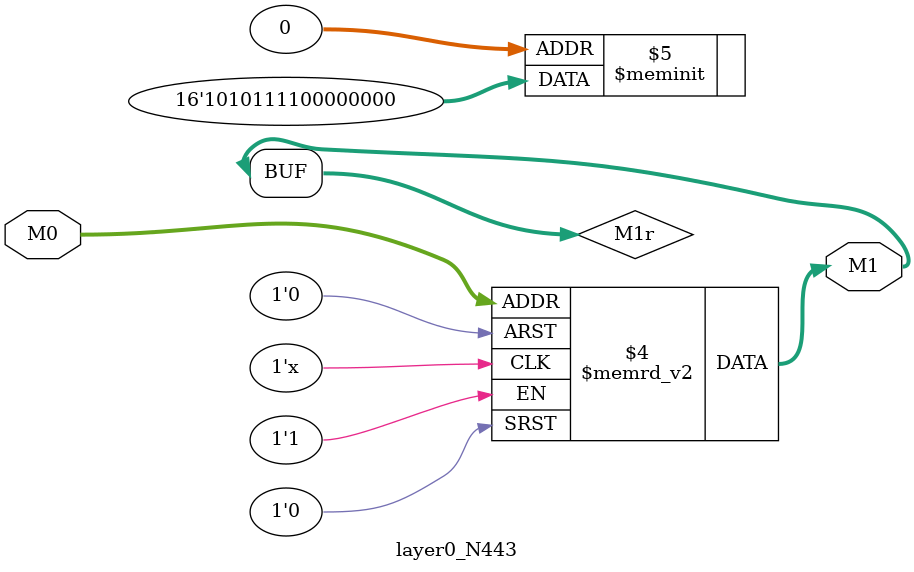
<source format=v>
module layer0_N443 ( input [2:0] M0, output [1:0] M1 );

	(*rom_style = "distributed" *) reg [1:0] M1r;
	assign M1 = M1r;
	always @ (M0) begin
		case (M0)
			3'b000: M1r = 2'b00;
			3'b100: M1r = 2'b11;
			3'b010: M1r = 2'b00;
			3'b110: M1r = 2'b10;
			3'b001: M1r = 2'b00;
			3'b101: M1r = 2'b11;
			3'b011: M1r = 2'b00;
			3'b111: M1r = 2'b10;

		endcase
	end
endmodule

</source>
